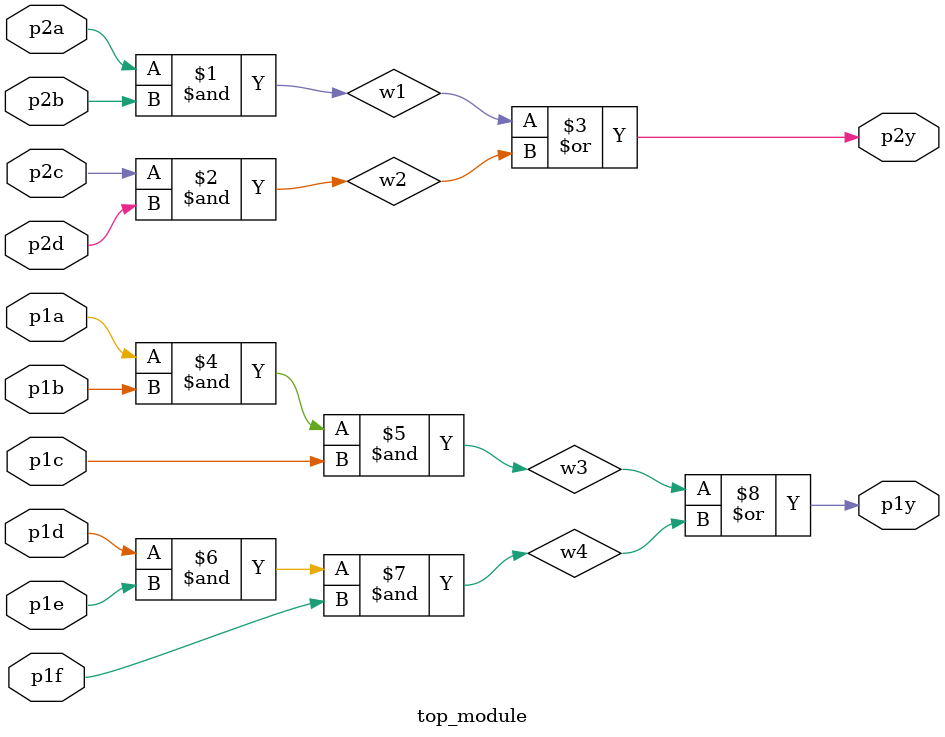
<source format=v>
module top_module ( 
    input p1a, p1b, p1c, p1d, p1e, p1f,
    output p1y,
    input p2a, p2b, p2c, p2d,
    output p2y );
    
    wire w1,w2,w3,w4;
    assign w1 = p2a & p2b;
    assign w2 = p2c & p2d;
    assign p2y = w1 | w2;
    assign w3 = p1a & p1b & p1c;
    assign w4 = p1d & p1e & p1f;
    assign p1y = w3 | w4;
    

endmodule

</source>
